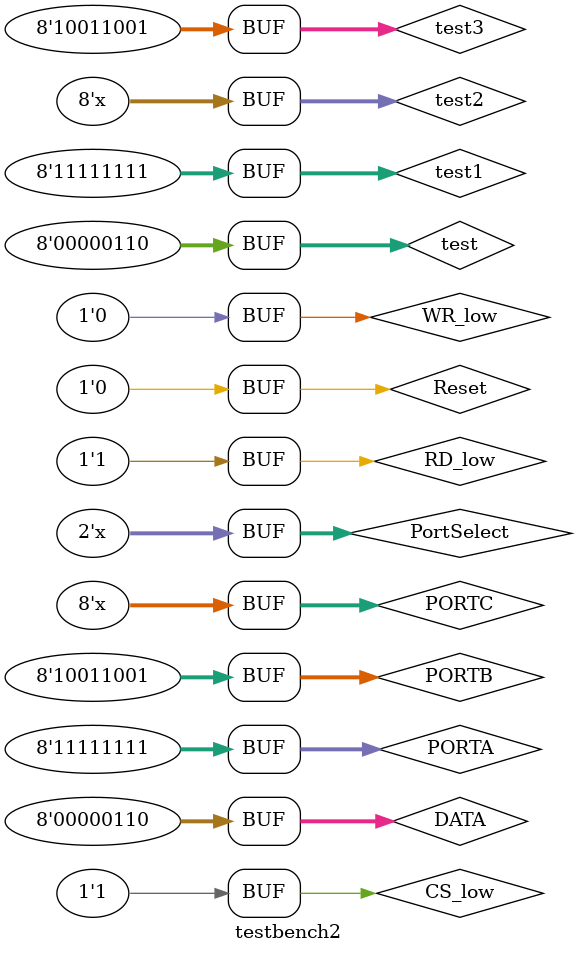
<source format=v>
module PPI(PORTA, PORTB, PORTC, DATA, Reset, RD_low, WR_low, CS_low, PortSelect);

input wire Reset, RD_low, WR_low, CS_low; // _low means active low
input [1:0] PortSelect;

inout wire [7:0] PORTA, PORTB, PORTC, DATA;

reg Mode;
reg [7:0] A,B,C,D,control_reg;

// As the output is latch >> register //
assign PORTA=(RD_low==1 && WR_low==0 && PortSelect==0) ? A : 8'bzzzz_zzzz;
assign PORTB=(RD_low==1 && WR_low==0 && PortSelect==1) ? B : 8'bzzzz_zzzz;
assign PORTC=((RD_low==1 && WR_low==0 && PortSelect==2)||(control_reg[7]==0 && PortSelect==3)) ? C : 8'bzzzz_zzzz;
assign DATA=(RD_low==0 && WR_low==1 && PortSelect!=3) ? D : 8'bzzzz_zzzz;

always @(Reset, RD_low, WR_low, CS_low, PortSelect,DATA,control_reg)
begin

// Reset high >> All ports are input and control register is cleared.
if(Reset==1)
begin
A <= 8'bzzzz_zzzz;
B <= 8'bzzzz_zzzz;
C <= 8'bzzzz_zzzz;
control_reg <= 8'b0000_0000;
end
// end of Reset = 1 //


else if(Reset==0)
begin

if(CS_low==0)
begin
// control register is assigned to determine mode //
if(PortSelect==3)
begin

if (RD_low == 0 && WR_low == 1)
begin
D <= 8'bxxxx_xxxx;
end

else if (RD_low == 1 && WR_low == 0)
begin
control_reg<= DATA;
if(control_reg[7]==0)
begin
Mode<=1;  // BSR MODE
end
else if(control_reg[7]==1)
begin
Mode<=0;  // MODE 0
end
end 	//////// end of setting mode ////

else if (RD_low == 1 && WR_low == 1)
begin
D <= 8'bzzzz_zzzz;
end
end 	// end of PortSelect = 3 //

case(Mode)
//////////////////CHECK MODE EITHER BSR OR MODE0 ////////////////////////////////
0:	// MODE ZERO //
begin

case (PortSelect)
0:
begin
if (RD_low == 0 && WR_low == 1)
begin
D <= PORTA;
end

else if (RD_low == 1 && WR_low == 0)
begin
A <= DATA;
end

else if (RD_low == 1 && WR_low == 1)
begin
D <= 8'bzzzz_zzzz;
end
end 	/////// end of ( PortSelect = 0 ) PORTA /////


1:
begin
if (RD_low ==0 && WR_low == 1)
begin
D <= PORTB;
end

else if (RD_low == 1 && WR_low == 0)
begin
B <= DATA;
end

else if (RD_low == 1 && WR_low == 1)
begin
D <= 8'bzzzz_zzzz;
end
end 	/////// end of ( PortSelect = 1 ) PORTB /////


2:
begin
if (RD_low == 0 && WR_low == 1)
begin
D <= PORTC;
end

else if (RD_low == 1 && WR_low == 0)
begin
C <=DATA;
end

else if (RD_low == 1 && WR_low == 1)
begin
D <= 8'bzzzz_zzzz;
end

end 	///// end of ( PortSelect = 2 ) PORTC /////
endcase 	// End of PortSelect //
end
//////////////////////// End of MODE 0 //////////////////////////////

1:		// MODE BSR //
begin
C[DATA[3:1]]<=DATA[0];
end

endcase
end 
/////////////////////////  end of chip operation /////////////////////////////

// ALL CHIP IS NOT ENABLED //
else if(CS_low==1)
begin
D <= 8'bzzzz_zzzz;
end 	// end of CS_low = 1 //
end 	// end of RESET = 0 //
end 	// end of always block //

endmodule

////////////////////////////////////////////////////////// END OF MODULE //////////////////////////////////////////////////////



module testbench2 ();

reg Reset;
reg RD_low, WR_low, CS_low; // _low means active low
reg[1:0] PortSelect;

wire [7:0] PORTA,PORTB,PORTC,DATA;

PPI p1 (PORTA, PORTB, PORTC, DATA, Reset, RD_low, WR_low, CS_low, PortSelect); 

reg [7:0] test, test1, test2, test3;

assign DATA  = test;
assign PORTA = test1;
assign PORTB = test3;
assign PORTC = test2;

initial
begin

$monitor ("PORTC=%b PORTB=%b PORTA=%b SEL=%d   DATA=%b  Reset=%b  test2=%b test3=%b test1=%b test= %b", PORTC,PORTB,PORTA,PortSelect, DATA, Reset, test2,test3,test1, test);
// Data saved in control register to detect mode //
test=8'b1000_0011; // DATA  = test
Reset=0;
CS_low= 0;
PortSelect=3;
RD_low=1;
WR_low=0;

////////////////////////////////////////// FOR MODE 0 (I/O) ////////////////////////////////////////////

// From PortC to Data bus //
#30
test=8'bzzzz_zzzz;  // DATA  = test
test2=8'b1000_1100; // PORTC = test2
Reset=0;
CS_low=0;
PortSelect=2;
RD_low=0;
WR_low=1;
// ... //

// From Data bus to PortC //
#30
test=8'b0011_1100;  // DATA  = test
test2=8'bzzzz_zzzz; // PORTC = test2
Reset=0;
CS_low=0;
PortSelect=2;
RD_low=1;
WR_low=0;
// ... //

// From Data bus to PortB //
#30
test=8'b1100_0011;  // DATA  = test
test3=8'bzzzz_zzzz; // PORTB = test3
Reset=0;
CS_low=0;
PortSelect=1;
RD_low=1;
WR_low=0;
// ... //

// From PortB to Data bus //
#30
test=8'bzzzzz_zzzz; // DATA  = test
test3=8'b1001_1001; // PORTB = test3
Reset=0;
CS_low=0;
PortSelect=1;
RD_low=0;
WR_low=1;
// ... //

// From Data bus to PortA //
#30
test=8'b1010_0100;  // DATA  = test
test1=8'bzzzz_zzzz; // PORTA = test1
Reset=0;
CS_low=0;
PortSelect=0;
RD_low=1;
WR_low=0;
// ... //

// From PortA to Data bus //
#30
test=8'bzzzz_zzzz;  // DATA  = test
test1=8'b1111_1111; // PORTA = test1
Reset=0;
CS_low=0;
PortSelect=0;
RD_low=0;
WR_low=1;
// ... //

////////////////////////////////////// END OF MODE 0 ///////////////////////////////////

// Data saved in control register to detect mode //
#30
test=8'b00011_0001; // DATA  = test
Reset=0;
CS_low=0;
PortSelect=3;
RD_low=1;
WR_low=0;

//////////////////////////////////////// FOR BSR MODE ///////////////////////////////////////////

// Set Bit Zero in PortC //
#30
test=8'b0000_0001; // DATA  = test
Reset=0;
CS_low=0;
// ... //

// Reset Bit THREE in PortC //
#30
test=8'b0000_0110; // DATA  = test
Reset=0;
CS_low=0;
// ... //

/////////////////////////////////////// End of BSR MODE /////////////////////////////////////////////

#30
Reset=1;
PortSelect=2'bzz;

#30
Reset=0;
CS_low=1;
PortSelect=2'bzz;



end

endmodule

</source>
